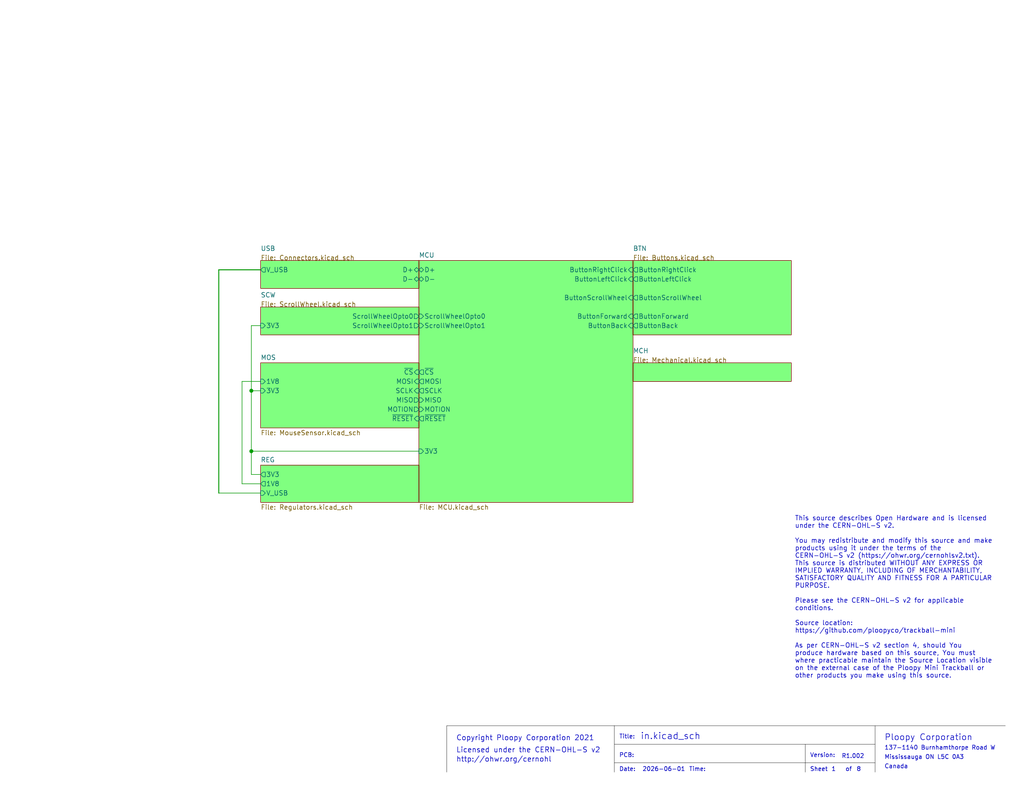
<source format=kicad_sch>
(kicad_sch
	(version 20231120)
	(generator "eeschema")
	(generator_version "8.0")
	(uuid "4010ea29-f248-4f19-83ee-6b19cd4442a4")
	(paper "USLetter")
	(title_block
		(rev "R1.002")
		(company "Ploopy Corporation")
	)
	(lib_symbols)
	(junction
		(at 68.58 123.19)
		(diameter 0)
		(color 0 0 0 0)
		(uuid "be952bc6-99f5-44ca-b373-d1ec18b8e71c")
	)
	(junction
		(at 68.58 106.68)
		(diameter 0)
		(color 0 0 0 0)
		(uuid "cd1fcc69-5308-411b-8e60-ffbeeb5eba89")
	)
	(polyline
		(pts
			(xy 167.64 198.12) (xy 121.92 198.12)
		)
		(stroke
			(width 0.0254)
			(type solid)
			(color 0 0 0 1)
		)
		(uuid "035eb02c-62e4-4ca6-aa58-7818e84ef007")
	)
	(wire
		(pts
			(xy 71.12 73.66) (xy 59.69 73.66)
		)
		(stroke
			(width 0.254)
			(type default)
		)
		(uuid "0e29a665-4531-453e-a02b-ab0078430f17")
	)
	(wire
		(pts
			(xy 71.12 134.62) (xy 59.69 134.62)
		)
		(stroke
			(width 0)
			(type default)
		)
		(uuid "27d452ce-3db3-4e17-a22b-82ca9b373f11")
	)
	(polyline
		(pts
			(xy 167.64 208.28) (xy 238.76 208.28)
		)
		(stroke
			(width 0.0254)
			(type solid)
			(color 0 0 0 1)
		)
		(uuid "3c25bf37-86c5-4ac0-b3a5-e5854209c70e")
	)
	(wire
		(pts
			(xy 71.12 132.08) (xy 66.04 132.08)
		)
		(stroke
			(width 0)
			(type default)
		)
		(uuid "445ba04d-d115-4ccd-9745-bf313c6ba5e6")
	)
	(wire
		(pts
			(xy 68.58 106.68) (xy 71.12 106.68)
		)
		(stroke
			(width 0)
			(type default)
		)
		(uuid "45fd22ee-a923-44db-954f-77a97f6afdbd")
	)
	(wire
		(pts
			(xy 68.58 129.54) (xy 68.58 123.19)
		)
		(stroke
			(width 0)
			(type default)
		)
		(uuid "4a8fd9c6-f5a3-45cb-ac5a-7bc06ae534f6")
	)
	(wire
		(pts
			(xy 68.58 88.9) (xy 68.58 106.68)
		)
		(stroke
			(width 0)
			(type default)
		)
		(uuid "51efdfb9-0931-4630-a5cd-9be60c9dc929")
	)
	(wire
		(pts
			(xy 66.04 104.14) (xy 71.12 104.14)
		)
		(stroke
			(width 0)
			(type default)
		)
		(uuid "6e3298e1-d4ef-4f93-9fe8-b3a8ff8da538")
	)
	(wire
		(pts
			(xy 71.12 88.9) (xy 68.58 88.9)
		)
		(stroke
			(width 0)
			(type default)
		)
		(uuid "7cd08155-7a31-4fc0-a069-c46f9b891ae4")
	)
	(polyline
		(pts
			(xy 219.71 203.2) (xy 219.71 210.82)
		)
		(stroke
			(width 0.0254)
			(type solid)
			(color 0 0 0 1)
		)
		(uuid "80c07375-3312-416d-bbb8-efcc449e80ff")
	)
	(wire
		(pts
			(xy 59.69 73.66) (xy 59.69 134.62)
		)
		(stroke
			(width 0.254)
			(type default)
		)
		(uuid "827758d8-4cf0-456c-8a98-e7ae03e87720")
	)
	(polyline
		(pts
			(xy 121.92 198.12) (xy 121.92 210.82)
		)
		(stroke
			(width 0.0254)
			(type solid)
			(color 0 0 0 1)
		)
		(uuid "a5104e52-98ee-40fc-9e66-b21d99609339")
	)
	(wire
		(pts
			(xy 71.12 129.54) (xy 68.58 129.54)
		)
		(stroke
			(width 0)
			(type default)
		)
		(uuid "b24ea553-003c-49b5-863e-ba7f025478a9")
	)
	(polyline
		(pts
			(xy 238.76 198.12) (xy 238.76 210.82)
		)
		(stroke
			(width 0.0254)
			(type solid)
			(color 0 0 0 1)
		)
		(uuid "bc982408-c534-422b-95d2-c9adbcb11792")
	)
	(polyline
		(pts
			(xy 274.32 198.12) (xy 167.64 198.12)
		)
		(stroke
			(width 0.0254)
			(type solid)
			(color 0 0 0 1)
		)
		(uuid "c738a033-1239-499e-ac49-b4fd384fd684")
	)
	(wire
		(pts
			(xy 66.04 132.08) (xy 66.04 104.14)
		)
		(stroke
			(width 0)
			(type default)
		)
		(uuid "cf397507-a935-4a50-a02a-5c704968ebc5")
	)
	(wire
		(pts
			(xy 68.58 123.19) (xy 68.58 106.68)
		)
		(stroke
			(width 0)
			(type default)
		)
		(uuid "d9616c3d-575a-4f9c-b860-4a223ec1ef21")
	)
	(polyline
		(pts
			(xy 167.64 203.2) (xy 238.76 203.2)
		)
		(stroke
			(width 0.0254)
			(type solid)
			(color 0 0 0 1)
		)
		(uuid "dabe09e5-2651-430e-983c-7e1c001d0c60")
	)
	(polyline
		(pts
			(xy 167.64 198.12) (xy 167.64 210.82)
		)
		(stroke
			(width 0.0254)
			(type solid)
			(color 0 0 0 1)
		)
		(uuid "e107efd1-ba65-407c-91ab-3003f7a732e4")
	)
	(wire
		(pts
			(xy 68.58 123.19) (xy 114.3 123.19)
		)
		(stroke
			(width 0)
			(type default)
		)
		(uuid "e4a65281-7828-4c35-a235-1fbd09558de7")
	)
	(text_box "This source describes Open Hardware and is licensed under the CERN-OHL-S v2.\n\nYou may redistribute and modify this source and make products using it under the terms of the CERN-OHL-S v2 (https://ohwr.org/cernohlsv2.txt). This source is distributed WITHOUT ANY EXPRESS OR IMPLIED WARRANTY, INCLUDING OF MERCHANTABILITY, SATISFACTORY QUALITY AND FITNESS FOR A PARTICULAR PURPOSE. \n\nPlease see the CERN-OHL-S v2 for applicable conditions.\n\nSource location:  https://github.com/ploopyco/trackball-mini\n\nAs per CERN-OHL-S v2 section 4, should You produce hardware based on this source, You must where practicable maintain the Source Location visible on the external case of the Ploopy Mini Trackball or other products you make using this source."
		(exclude_from_sim no)
		(at 271.78 139.7 0)
		(size -55.88 55.88)
		(stroke
			(width -0.0001)
			(type default)
			(color 0 0 0 1)
		)
		(fill
			(type color)
			(color 255 255 255 1)
		)
		(effects
			(font
				(size 1.27 1.27)
			)
			(justify left top)
		)
		(uuid "697f15f1-8df3-4d7f-b004-7407ce528f97")
	)
	(text "Copyright Ploopy Corporation 2021"
		(exclude_from_sim no)
		(at 124.46 202.438 0)
		(effects
			(font
				(size 1.397 1.397)
			)
			(justify left bottom)
		)
		(uuid "01c1307b-1b12-48dd-854c-2531378e4455")
	)
	(text "http://ohwr.org/cernohl"
		(exclude_from_sim no)
		(at 124.46 208.28 0)
		(effects
			(font
				(size 1.397 1.397)
			)
			(justify left bottom)
		)
		(uuid "0c1f9b50-8fd1-443b-b37a-2d83cf9ef2e1")
	)
	(text "Canada"
		(exclude_from_sim no)
		(at 241.3 210.058 0)
		(effects
			(font
				(size 1.143 1.143)
			)
			(justify left bottom)
		)
		(uuid "11fa8367-8892-4638-8c22-0185e4a6d702")
	)
	(text "Ploopy Corporation"
		(exclude_from_sim no)
		(at 241.3 202.438 0)
		(effects
			(font
				(size 1.651 1.651)
			)
			(justify left bottom)
		)
		(uuid "14b5d40d-ba2e-4598-93c6-c98c6605a5d2")
	)
	(text "${#}"
		(exclude_from_sim no)
		(at 226.822 210.82 0)
		(effects
			(font
				(size 1.143 1.143)
			)
			(justify left bottom)
		)
		(uuid "461568dd-8872-47c7-bd9f-966060a13d36")
	)
	(text "${PROJECTNAME}"
		(exclude_from_sim no)
		(at 174.752 207.264 0)
		(effects
			(font
				(size 1.651 1.651)
			)
			(justify left bottom)
		)
		(uuid "4990ac2d-23c2-48b7-8170-06af3e7a0935")
	)
	(text "${##}"
		(exclude_from_sim no)
		(at 233.68 210.82 0)
		(effects
			(font
				(size 1.143 1.143)
			)
			(justify left bottom)
		)
		(uuid "574ca142-afce-4968-a166-c252b06eb9a0")
	)
	(text "PCB:"
		(exclude_from_sim no)
		(at 168.91 207.01 0)
		(effects
			(font
				(size 1.143 1.143)
			)
			(justify left bottom)
		)
		(uuid "5e18c2b0-c0f6-415e-82da-f55309e76ffc")
	)
	(text "${CURRENT_DATE}"
		(exclude_from_sim no)
		(at 175.26 210.82 0)
		(effects
			(font
				(size 1.143 1.143)
			)
			(justify left bottom)
		)
		(uuid "6065b593-62c3-4dbd-ac02-7edd03ac9926")
	)
	(text "Time:"
		(exclude_from_sim no)
		(at 187.96 210.82 0)
		(effects
			(font
				(size 1.143 1.143)
			)
			(justify left bottom)
		)
		(uuid "8080903e-cfbb-4897-bff0-d492dcd2b4b0")
	)
	(text "${FILENAME}"
		(exclude_from_sim no)
		(at 174.752 202.184 0)
		(effects
			(font
				(size 1.778 1.778)
			)
			(justify left bottom)
		)
		(uuid "a20ab0c9-5855-49c6-9ce3-cbe9841b7016")
	)
	(text "${REVISION}"
		(exclude_from_sim no)
		(at 229.616 207.264 0)
		(effects
			(font
				(size 1.143 1.143)
			)
			(justify left bottom)
		)
		(uuid "a3b80f79-fe0b-49d4-920b-d94c361eea9b")
	)
	(text "137-1140 Burnhamthorpe Road W"
		(exclude_from_sim no)
		(at 241.3 204.978 0)
		(effects
			(font
				(size 1.143 1.143)
			)
			(justify left bottom)
		)
		(uuid "b589c65c-5ed7-4c78-a064-4b003272e828")
	)
	(text "Version:"
		(exclude_from_sim no)
		(at 220.98 207.01 0)
		(effects
			(font
				(size 1.143 1.143)
			)
			(justify left bottom)
		)
		(uuid "b656b0b9-a645-4fd6-8772-8b1c369ce64d")
	)
	(text "Title:"
		(exclude_from_sim no)
		(at 168.91 201.93 0)
		(effects
			(font
				(size 1.143 1.143)
			)
			(justify left bottom)
		)
		(uuid "c217c0e9-d067-4694-a5b8-3bed5285d9dc")
	)
	(text "Mississauga ON L5C 0A3"
		(exclude_from_sim no)
		(at 241.3 207.518 0)
		(effects
			(font
				(size 1.143 1.143)
			)
			(justify left bottom)
		)
		(uuid "d1e235ef-6f6b-4d11-a94d-21ad52eced24")
	)
	(text "of"
		(exclude_from_sim no)
		(at 230.632 210.82 0)
		(effects
			(font
				(size 1.143 1.143)
			)
			(justify left bottom)
		)
		(uuid "d98a6b84-4c3f-42fb-b97b-77368516dcf0")
	)
	(text "Sheet"
		(exclude_from_sim no)
		(at 220.98 210.82 0)
		(effects
			(font
				(size 1.143 1.143)
			)
			(justify left bottom)
		)
		(uuid "dec75aaf-ff79-42a3-91b2-7063b2b7567b")
	)
	(text "Date:"
		(exclude_from_sim no)
		(at 168.91 210.82 0)
		(effects
			(font
				(size 1.143 1.143)
			)
			(justify left bottom)
		)
		(uuid "ece3ee44-7a10-4e3d-b456-0438d3557012")
	)
	(text "Licensed under the CERN-OHL-S v2"
		(exclude_from_sim no)
		(at 124.46 205.74 0)
		(effects
			(font
				(size 1.397 1.397)
			)
			(justify left bottom)
		)
		(uuid "f6d28229-5252-4184-99b0-3591256bef02")
	)
	(sheet
		(at 71.12 83.82)
		(size 43.18 7.62)
		(fields_autoplaced yes)
		(stroke
			(width 0)
			(type solid)
			(color 128 0 0 1)
		)
		(fill
			(color 128 255 128 1.0000)
		)
		(uuid "10daec88-f6fe-4771-a75f-0b8234f02ca1")
		(property "Sheetname" "SCW"
			(at 71.12 81.28 0)
			(effects
				(font
					(size 1.27 1.27)
				)
				(justify left bottom)
			)
		)
		(property "Sheetfile" "ScrollWheel.kicad_sch"
			(at 71.12 83.82 0)
			(effects
				(font
					(size 1.27 1.27)
				)
				(justify left bottom)
			)
		)
		(pin "ScrollWheelOpto1" output
			(at 114.3 88.9 0)
			(effects
				(font
					(size 1.27 1.27)
				)
				(justify right)
			)
			(uuid "c676f8de-39bb-4d05-b61b-fe60fce7d21b")
		)
		(pin "ScrollWheelOpto0" output
			(at 114.3 86.36 0)
			(effects
				(font
					(size 1.27 1.27)
				)
				(justify right)
			)
			(uuid "6229c386-dd24-4443-9f56-dc45e2dd3113")
		)
		(pin "3V3" input
			(at 71.12 88.9 180)
			(effects
				(font
					(size 1.27 1.27)
				)
				(justify left)
			)
			(uuid "388fc4aa-9d5c-4687-8383-d22eb55c1ed6")
		)
		(instances
			(project "Mini"
				(path "/4010ea29-f248-4f19-83ee-6b19cd4442a4"
					(page "8")
				)
			)
		)
	)
	(sheet
		(at 71.12 127)
		(size 43.18 10.16)
		(fields_autoplaced yes)
		(stroke
			(width 0.1524)
			(type solid)
			(color 128 0 0 1)
		)
		(fill
			(color 128 255 128 1.0000)
		)
		(uuid "1faf9b33-b055-4bb1-8a99-61f96e7aae2e")
		(property "Sheetname" "REG"
			(at 71.12 126.2884 0)
			(effects
				(font
					(size 1.27 1.27)
				)
				(justify left bottom)
			)
		)
		(property "Sheetfile" "Regulators.kicad_sch"
			(at 71.12 137.7446 0)
			(effects
				(font
					(size 1.27 1.27)
				)
				(justify left top)
			)
		)
		(pin "V_USB" input
			(at 71.12 134.62 180)
			(effects
				(font
					(size 1.27 1.27)
				)
				(justify left)
			)
			(uuid "e8252599-d0f6-484a-9127-1156eae12cf9")
		)
		(pin "3V3" output
			(at 71.12 129.54 180)
			(effects
				(font
					(size 1.27 1.27)
				)
				(justify left)
			)
			(uuid "fa696881-0299-40cd-a50a-761d63a5a397")
		)
		(pin "1V8" output
			(at 71.12 132.08 180)
			(effects
				(font
					(size 1.27 1.27)
				)
				(justify left)
			)
			(uuid "c6c9a74d-1ff4-4e96-a7c3-f701546a5ca8")
		)
		(instances
			(project "Mini"
				(path "/4010ea29-f248-4f19-83ee-6b19cd4442a4"
					(page "8")
				)
			)
		)
	)
	(sheet
		(at 172.72 99.06)
		(size 43.18 5.08)
		(fields_autoplaced yes)
		(stroke
			(width 0)
			(type solid)
			(color 128 0 0 1)
		)
		(fill
			(color 128 255 128 1.0000)
		)
		(uuid "347d23ed-e63c-44de-886c-f795b439e13a")
		(property "Sheetname" "MCH"
			(at 172.72 96.52 0)
			(effects
				(font
					(size 1.27 1.27)
				)
				(justify left bottom)
			)
		)
		(property "Sheetfile" "Mechanical.kicad_sch"
			(at 172.72 99.06 0)
			(effects
				(font
					(size 1.27 1.27)
				)
				(justify left bottom)
			)
		)
		(instances
			(project "Mini"
				(path "/4010ea29-f248-4f19-83ee-6b19cd4442a4"
					(page "5")
				)
			)
		)
	)
	(sheet
		(at 71.12 71.12)
		(size 43.18 7.62)
		(fields_autoplaced yes)
		(stroke
			(width 0)
			(type solid)
			(color 128 0 0 1)
		)
		(fill
			(color 128 255 128 1.0000)
		)
		(uuid "764a56e5-85ca-4614-867e-6cf114da2b02")
		(property "Sheetname" "USB"
			(at 71.12 68.58 0)
			(effects
				(font
					(size 1.27 1.27)
				)
				(justify left bottom)
			)
		)
		(property "Sheetfile" "Connectors.kicad_sch"
			(at 71.12 71.12 0)
			(effects
				(font
					(size 1.27 1.27)
				)
				(justify left bottom)
			)
		)
		(pin "D+" bidirectional
			(at 114.3 73.66 0)
			(effects
				(font
					(size 1.27 1.27)
				)
				(justify right)
			)
			(uuid "e08c5316-a7c7-450c-9080-e162ef98df9b")
		)
		(pin "V_USB" output
			(at 71.12 73.66 180)
			(effects
				(font
					(size 1.27 1.27)
				)
				(justify left)
			)
			(uuid "2935bfd6-3d1b-444c-ba65-e4999459e97c")
		)
		(pin "D-" bidirectional
			(at 114.3 76.2 0)
			(effects
				(font
					(size 1.27 1.27)
				)
				(justify right)
			)
			(uuid "a69f8b5c-089c-4b86-b976-9a33bd688902")
		)
		(instances
			(project "Mini"
				(path "/4010ea29-f248-4f19-83ee-6b19cd4442a4"
					(page "3")
				)
			)
		)
	)
	(sheet
		(at 172.72 71.12)
		(size 43.18 20.32)
		(fields_autoplaced yes)
		(stroke
			(width 0)
			(type solid)
			(color 128 0 0 1)
		)
		(fill
			(color 128 255 128 1.0000)
		)
		(uuid "b39f7046-2154-4c3a-a97e-b3431b1b93a1")
		(property "Sheetname" "BTN"
			(at 172.72 68.58 0)
			(effects
				(font
					(size 1.27 1.27)
				)
				(justify left bottom)
			)
		)
		(property "Sheetfile" "Buttons.kicad_sch"
			(at 172.72 71.12 0)
			(effects
				(font
					(size 1.27 1.27)
				)
				(justify left bottom)
			)
		)
		(pin "ButtonRightClick" output
			(at 172.72 73.66 180)
			(effects
				(font
					(size 1.27 1.27)
				)
				(justify left)
			)
			(uuid "d3b0dc45-0b39-4a8b-8c2a-ce13f9bf2940")
		)
		(pin "ButtonLeftClick" output
			(at 172.72 76.2 180)
			(effects
				(font
					(size 1.27 1.27)
				)
				(justify left)
			)
			(uuid "d4380e1c-86cc-4e16-89c9-7b6be19c2afa")
		)
		(pin "ButtonScrollWheel" output
			(at 172.72 81.28 180)
			(effects
				(font
					(size 1.27 1.27)
				)
				(justify left)
			)
			(uuid "ee1da2c4-9f42-4372-a8d1-580d33133df7")
		)
		(pin "ButtonForward" output
			(at 172.72 86.36 180)
			(effects
				(font
					(size 1.27 1.27)
				)
				(justify left)
			)
			(uuid "abea39cd-2b66-41d2-92a9-bfc50ccddc64")
		)
		(pin "ButtonBack" output
			(at 172.72 88.9 180)
			(effects
				(font
					(size 1.27 1.27)
				)
				(justify left)
			)
			(uuid "5adcd3b9-1751-4934-a7d5-1ed604884f1a")
		)
		(instances
			(project "Mini"
				(path "/4010ea29-f248-4f19-83ee-6b19cd4442a4"
					(page "2")
				)
			)
		)
	)
	(sheet
		(at 71.12 99.06)
		(size 43.18 17.78)
		(fields_autoplaced yes)
		(stroke
			(width 0)
			(type solid)
			(color 128 0 0 1)
		)
		(fill
			(color 128 255 128 1.0000)
		)
		(uuid "bfc873e8-8e5e-4376-90fa-0ac540d6416d")
		(property "Sheetname" "MOS"
			(at 71.12 98.3484 0)
			(effects
				(font
					(size 1.27 1.27)
				)
				(justify left bottom)
			)
		)
		(property "Sheetfile" "MouseSensor.kicad_sch"
			(at 71.12 117.4246 0)
			(effects
				(font
					(size 1.27 1.27)
				)
				(justify left top)
			)
		)
		(pin "~{RESET}" input
			(at 114.3 114.3 0)
			(effects
				(font
					(size 1.27 1.27)
				)
				(justify right)
			)
			(uuid "fa242396-0e01-4732-9c05-2ae4f8073d90")
		)
		(pin "3V3" input
			(at 71.12 106.68 180)
			(effects
				(font
					(size 1.27 1.27)
				)
				(justify left)
			)
			(uuid "804139c3-5078-4907-a47e-f361c273ba68")
		)
		(pin "1V8" input
			(at 71.12 104.14 180)
			(effects
				(font
					(size 1.27 1.27)
				)
				(justify left)
			)
			(uuid "cfaaffa4-dfde-40cf-bec0-6cec215c5082")
		)
		(pin "MISO" output
			(at 114.3 109.22 0)
			(effects
				(font
					(size 1.27 1.27)
				)
				(justify right)
			)
			(uuid "c8353208-cd69-4d37-9e6d-c805585166bc")
		)
		(pin "SCLK" input
			(at 114.3 106.68 0)
			(effects
				(font
					(size 1.27 1.27)
				)
				(justify right)
			)
			(uuid "84fc2b0c-922b-4672-8883-dfed46813ed7")
		)
		(pin "MOTION" output
			(at 114.3 111.76 0)
			(effects
				(font
					(size 1.27 1.27)
				)
				(justify right)
			)
			(uuid "b544bb00-136e-4a0e-82c3-7780500e676a")
		)
		(pin "~{CS}" input
			(at 114.3 101.6 0)
			(effects
				(font
					(size 1.27 1.27)
				)
				(justify right)
			)
			(uuid "668089c2-a111-4969-991c-ab66c7333840")
		)
		(pin "MOSI" input
			(at 114.3 104.14 0)
			(effects
				(font
					(size 1.27 1.27)
				)
				(justify right)
			)
			(uuid "4076a55a-dd0b-4f45-886b-bffd3dab2b25")
		)
		(instances
			(project "Mini"
				(path "/4010ea29-f248-4f19-83ee-6b19cd4442a4"
					(page "6")
				)
			)
		)
	)
	(sheet
		(at 114.3 71.12)
		(size 58.42 66.04)
		(fields_autoplaced yes)
		(stroke
			(width 0)
			(type solid)
			(color 128 0 0 1)
		)
		(fill
			(color 128 255 128 1.0000)
		)
		(uuid "e736d2e6-c26a-40c5-bd32-613a14d61071")
		(property "Sheetname" "MCU"
			(at 114.3 70.4084 0)
			(effects
				(font
					(size 1.27 1.27)
				)
				(justify left bottom)
			)
		)
		(property "Sheetfile" "MCU.kicad_sch"
			(at 114.3 137.7446 0)
			(effects
				(font
					(size 1.27 1.27)
				)
				(justify left top)
			)
		)
		(pin "D+" bidirectional
			(at 114.3 73.66 180)
			(effects
				(font
					(size 1.27 1.27)
				)
				(justify left)
			)
			(uuid "9e5aa618-4367-4fb5-ad6d-5cb8bb2b06ab")
		)
		(pin "D-" bidirectional
			(at 114.3 76.2 180)
			(effects
				(font
					(size 1.27 1.27)
				)
				(justify left)
			)
			(uuid "9fb51d0a-e054-4983-89dc-d566a8e08f9c")
		)
		(pin "ButtonRightClick" input
			(at 172.72 73.66 0)
			(effects
				(font
					(size 1.27 1.27)
				)
				(justify right)
			)
			(uuid "2d46d4ec-285c-42b4-ad3b-f91b582d9842")
		)
		(pin "ButtonLeftClick" input
			(at 172.72 76.2 0)
			(effects
				(font
					(size 1.27 1.27)
				)
				(justify right)
			)
			(uuid "e09705ed-6d20-4e5c-a806-1c0c420505c3")
		)
		(pin "ButtonScrollWheel" input
			(at 172.72 81.28 0)
			(effects
				(font
					(size 1.27 1.27)
				)
				(justify right)
			)
			(uuid "dc4b5781-8e3e-4f59-b89f-aa8602ee9e07")
		)
		(pin "ButtonForward" input
			(at 172.72 86.36 0)
			(effects
				(font
					(size 1.27 1.27)
				)
				(justify right)
			)
			(uuid "1a8cf87c-8a04-40ab-8acb-6e7f10fd8b05")
		)
		(pin "ButtonBack" input
			(at 172.72 88.9 0)
			(effects
				(font
					(size 1.27 1.27)
				)
				(justify right)
			)
			(uuid "d12941eb-d595-400c-887a-c386bfdd7759")
		)
		(pin "ScrollWheelOpto1" input
			(at 114.3 88.9 180)
			(effects
				(font
					(size 1.27 1.27)
				)
				(justify left)
			)
			(uuid "76afd2f6-f23b-45cc-b996-28818d6216a6")
		)
		(pin "ScrollWheelOpto0" input
			(at 114.3 86.36 180)
			(effects
				(font
					(size 1.27 1.27)
				)
				(justify left)
			)
			(uuid "09e8d5a9-eccd-4e51-8150-c54469d46ecd")
		)
		(pin "~{RESET}" output
			(at 114.3 114.3 180)
			(effects
				(font
					(size 1.27 1.27)
				)
				(justify left)
			)
			(uuid "2b611738-ec15-437a-81f2-e3fc1bb68c62")
		)
		(pin "3V3" input
			(at 114.3 123.19 180)
			(effects
				(font
					(size 1.27 1.27)
				)
				(justify left)
			)
			(uuid "1504b095-b37b-4e76-9965-0ca2d7789db3")
		)
		(pin "MOTION" input
			(at 114.3 111.76 180)
			(effects
				(font
					(size 1.27 1.27)
				)
				(justify left)
			)
			(uuid "21e74298-e2e3-4a0a-89f1-790bbdf4e89e")
		)
		(pin "MISO" input
			(at 114.3 109.22 180)
			(effects
				(font
					(size 1.27 1.27)
				)
				(justify left)
			)
			(uuid "570f5c3d-23e6-4e43-b738-0b06d8ccf92d")
		)
		(pin "SCLK" output
			(at 114.3 106.68 180)
			(effects
				(font
					(size 1.27 1.27)
				)
				(justify left)
			)
			(uuid "3d4bf9b4-4f19-4c67-8786-e71bb7aaca21")
		)
		(pin "MOSI" output
			(at 114.3 104.14 180)
			(effects
				(font
					(size 1.27 1.27)
				)
				(justify left)
			)
			(uuid "60ceb8b7-3619-44f0-a550-de99f9a0cccf")
		)
		(pin "~{CS}" output
			(at 114.3 101.6 180)
			(effects
				(font
					(size 1.27 1.27)
				)
				(justify left)
			)
			(uuid "374e2fd5-da78-400a-97d8-120879d11c1d")
		)
		(instances
			(project "Mini"
				(path "/4010ea29-f248-4f19-83ee-6b19cd4442a4"
					(page "4")
				)
			)
		)
	)
	(sheet_instances
		(path "/"
			(page "1")
		)
	)
)

</source>
